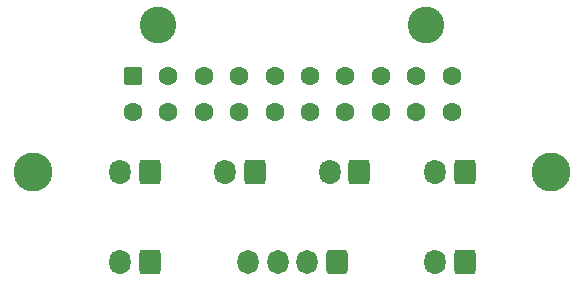
<source format=gbr>
%TF.GenerationSoftware,KiCad,Pcbnew,(6.0.4-0)*%
%TF.CreationDate,2022-03-28T23:15:47-05:00*%
%TF.ProjectId,Toolhead_PCB,546f6f6c-6865-4616-945f-5043422e6b69,rev?*%
%TF.SameCoordinates,Original*%
%TF.FileFunction,Soldermask,Top*%
%TF.FilePolarity,Negative*%
%FSLAX46Y46*%
G04 Gerber Fmt 4.6, Leading zero omitted, Abs format (unit mm)*
G04 Created by KiCad (PCBNEW (6.0.4-0)) date 2022-03-28 23:15:47*
%MOMM*%
%LPD*%
G01*
G04 APERTURE LIST*
G04 Aperture macros list*
%AMRoundRect*
0 Rectangle with rounded corners*
0 $1 Rounding radius*
0 $2 $3 $4 $5 $6 $7 $8 $9 X,Y pos of 4 corners*
0 Add a 4 corners polygon primitive as box body*
4,1,4,$2,$3,$4,$5,$6,$7,$8,$9,$2,$3,0*
0 Add four circle primitives for the rounded corners*
1,1,$1+$1,$2,$3*
1,1,$1+$1,$4,$5*
1,1,$1+$1,$6,$7*
1,1,$1+$1,$8,$9*
0 Add four rect primitives between the rounded corners*
20,1,$1+$1,$2,$3,$4,$5,0*
20,1,$1+$1,$4,$5,$6,$7,0*
20,1,$1+$1,$6,$7,$8,$9,0*
20,1,$1+$1,$8,$9,$2,$3,0*%
G04 Aperture macros list end*
%ADD10C,3.102000*%
%ADD11RoundRect,0.301001X-0.499999X-0.499999X0.499999X-0.499999X0.499999X0.499999X-0.499999X0.499999X0*%
%ADD12C,1.602000*%
%ADD13C,3.302000*%
%ADD14RoundRect,0.301000X0.600000X0.750000X-0.600000X0.750000X-0.600000X-0.750000X0.600000X-0.750000X0*%
%ADD15O,1.802000X2.102000*%
%ADD16RoundRect,0.301000X0.600000X0.725000X-0.600000X0.725000X-0.600000X-0.725000X0.600000X-0.725000X0*%
%ADD17O,1.802000X2.052000*%
G04 APERTURE END LIST*
D10*
%TO.C,J1*%
X88660000Y-87552000D03*
X111360000Y-87552000D03*
D11*
X86500000Y-91872000D03*
D12*
X89500000Y-91872000D03*
X92500000Y-91872000D03*
X95500000Y-91872000D03*
X98500000Y-91872000D03*
X101500000Y-91872000D03*
X104500000Y-91872000D03*
X107500000Y-91872000D03*
X110500000Y-91872000D03*
X113500000Y-91872000D03*
X86500000Y-94872000D03*
X89500000Y-94872000D03*
X92500000Y-94872000D03*
X95500000Y-94872000D03*
X98500000Y-94872000D03*
X101500000Y-94872000D03*
X104500000Y-94872000D03*
X107500000Y-94872000D03*
X110500000Y-94872000D03*
X113500000Y-94872000D03*
%TD*%
D13*
%TO.C,H1*%
X78080000Y-100000000D03*
%TD*%
%TO.C,H2*%
X121920000Y-100000000D03*
%TD*%
D14*
%TO.C,J7*%
X96825000Y-99966000D03*
D15*
X94325000Y-99966000D03*
%TD*%
D14*
%TO.C,J5*%
X114605000Y-99966000D03*
D15*
X112105000Y-99966000D03*
%TD*%
D14*
%TO.C,J3*%
X105675000Y-99966000D03*
D15*
X103175000Y-99966000D03*
%TD*%
D14*
%TO.C,J6*%
X87935000Y-99966000D03*
D15*
X85435000Y-99966000D03*
%TD*%
D14*
%TO.C,J4*%
X87935000Y-107586000D03*
D15*
X85435000Y-107586000D03*
%TD*%
D16*
%TO.C,J2*%
X103770000Y-107586000D03*
D17*
X101270000Y-107586000D03*
X98770000Y-107586000D03*
X96270000Y-107586000D03*
%TD*%
D14*
%TO.C,J8*%
X114605000Y-107586000D03*
D15*
X112105000Y-107586000D03*
%TD*%
M02*

</source>
